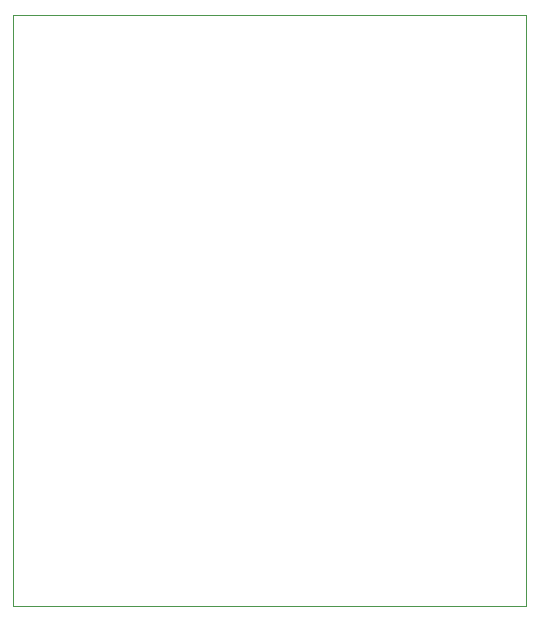
<source format=gbr>
%TF.GenerationSoftware,KiCad,Pcbnew,5.1.6-c6e7f7d~86~ubuntu18.04.1*%
%TF.CreationDate,2020-06-06T16:31:20+02:00*%
%TF.ProjectId,BikeCommunicator,42696b65-436f-46d6-9d75-6e696361746f,rev?*%
%TF.SameCoordinates,Original*%
%TF.FileFunction,Profile,NP*%
%FSLAX46Y46*%
G04 Gerber Fmt 4.6, Leading zero omitted, Abs format (unit mm)*
G04 Created by KiCad (PCBNEW 5.1.6-c6e7f7d~86~ubuntu18.04.1) date 2020-06-06 16:31:20*
%MOMM*%
%LPD*%
G01*
G04 APERTURE LIST*
%TA.AperFunction,Profile*%
%ADD10C,0.050000*%
%TD*%
G04 APERTURE END LIST*
D10*
X96520000Y-100000000D02*
X96520000Y-50000000D01*
X139954000Y-100000000D02*
X96520000Y-100000000D01*
X139954000Y-50000000D02*
X139954000Y-100000000D01*
X96520000Y-50000000D02*
X139954000Y-50000000D01*
M02*

</source>
